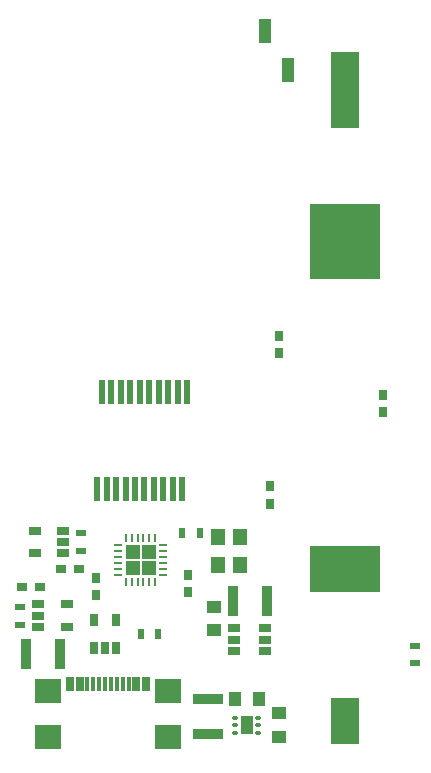
<source format=gbp>
%FSLAX46Y46*%
%MOMM*%
%AMPS34*
21,1,0.500000,2.000000,0.000000,0.000000,360.000000*
%
%ADD34PS34*%
%AMPS33*
21,1,0.500000,2.000000,0.000000,0.000000,180.000000*
%
%ADD33PS33*%
%AMPS26*
21,1,0.800000,0.750000,0.000000,0.000000,360.000000*
%
%ADD26PS26*%
%AMPS10*
21,1,0.800000,0.750000,0.000000,0.000000,270.000000*
%
%ADD10PS10*%
%AMPS29*
21,1,0.800000,0.750000,0.000000,0.000000,180.000000*
%
%ADD29PS29*%
%AMPS17*
21,1,0.800000,0.750000,0.000000,0.000000,90.000000*
%
%ADD17PS17*%
%AMPS24*
21,1,0.500000,0.900000,0.000000,0.000000,360.000000*
%
%ADD24PS24*%
%AMPS36*
21,1,0.500000,0.900000,0.000000,0.000000,270.000000*
%
%ADD36PS36*%
%AMPS35*
21,1,0.500000,0.900000,0.000000,0.000000,90.000000*
%
%ADD35PS35*%
%AMPS21*
21,1,1.016000,2.030000,0.000000,0.000000,360.000000*
%
%ADD21PS21*%
%AMPS42*
21,1,1.000000,1.250000,0.000000,0.000000,180.000000*
%
%ADD42PS42*%
%AMPS11*
21,1,1.000000,1.250000,0.000000,0.000000,90.000000*
%
%ADD11PS11*%
%AMPS19*
21,1,2.180000,2.000000,0.000000,0.000000,360.000000*
%
%ADD19PS19*%
%AMPS18*
21,1,0.600000,1.150000,0.000000,0.000000,360.000000*
%
%ADD18PS18*%
%AMPS22*
21,1,3.960000,6.000000,0.000000,0.000000,270.000000*
%
%ADD22PS22*%
%AMPS27*
21,1,3.960000,6.000000,0.000000,0.000000,90.000000*
%
%ADD27PS27*%
%AMPS20*
21,1,0.300000,1.150000,0.000000,0.000000,360.000000*
%
%ADD20PS20*%
%AMPS32*
21,1,0.700000,1.000000,0.000000,0.000000,360.000000*
%
%ADD32PS32*%
%AMPS25*
21,1,0.700000,1.000000,0.000000,0.000000,270.000000*
%
%ADD25PS25*%
%AMPS39*
21,1,0.700000,1.000000,0.000000,0.000000,90.000000*
%
%ADD39PS39*%
%AMPS44*
21,1,0.900000,2.500000,0.000000,0.000000,360.000000*
%
%ADD44PS44*%
%AMPS37*
21,1,0.900000,2.500000,0.000000,0.000000,270.000000*
%
%ADD37PS37*%
%AMPS38*
21,1,0.900000,2.500000,0.000000,0.000000,180.000000*
%
%ADD38PS38*%
%AMPS43*
21,1,1.400000,1.200000,0.000000,0.000000,270.000000*
%
%ADD43PS43*%
%AMPS23*
21,1,3.960000,2.340000,0.000000,0.000000,270.000000*
%
%ADD23PS23*%
%AMPS28*
21,1,3.960000,2.340000,0.000000,0.000000,90.000000*
%
%ADD28PS28*%
%AMPS16*
4,1,4,
1.250000,-0.100000,
1.250000,-1.250000,
0.100000,-1.250000,
0.100000,-0.100000,
1.250000,-0.100000,
0
*
4,1,4,
0.100000,1.250000,
1.250000,1.250000,
1.250000,0.100000,
0.100000,0.100000,
0.100000,1.250000,
0
*
4,1,4,
-0.100000,-1.250000,
-1.250000,-1.250000,
-1.250000,-0.100000,
-0.100000,-0.100000,
-0.100000,-1.250000,
0
*
4,1,4,
-1.250000,0.100000,
-1.250000,1.250000,
-0.100000,1.250000,
-0.100000,0.100000,
-1.250000,0.100000,
0
*
%
%ADD16PS16*%
%AMPS13*
1,1,0.100000,0.075000,-0.250000*
1,1,0.100000,0.075000,0.250000*
21,1,0.250000,0.500000,0.000000,0.000000,360.000000*
21,1,0.150000,0.600000,0.000000,0.000000,360.000000*
1,1,0.100000,-0.075000,-0.250000*
1,1,0.100000,-0.075000,0.250000*
%
%ADD13PS13*%
%AMPS12*
1,1,0.100000,-0.250000,-0.075000*
1,1,0.100000,0.250000,-0.075000*
21,1,0.250000,0.500000,0.000000,0.000000,270.000000*
21,1,0.150000,0.600000,0.000000,0.000000,270.000000*
1,1,0.100000,-0.250000,0.075000*
1,1,0.100000,0.250000,0.075000*
%
%ADD12PS12*%
%AMPS15*
1,1,0.100000,-0.075000,0.250000*
1,1,0.100000,-0.075000,-0.250000*
21,1,0.250000,0.500000,0.000000,0.000000,180.000000*
21,1,0.150000,0.600000,0.000000,0.000000,180.000000*
1,1,0.100000,0.075000,0.250000*
1,1,0.100000,0.075000,-0.250000*
%
%ADD15PS15*%
%AMPS14*
1,1,0.100000,0.250000,0.075000*
1,1,0.100000,-0.250000,0.075000*
21,1,0.250000,0.500000,0.000000,0.000000,90.000000*
21,1,0.150000,0.600000,0.000000,0.000000,90.000000*
1,1,0.100000,0.250000,-0.075000*
1,1,0.100000,-0.250000,-0.075000*
%
%ADD14PS14*%
%AMPS41*
1,1,0.100000,-0.450000,0.750000*
1,1,0.100000,-0.450000,-0.750000*
21,1,1.000000,1.500000,0.000000,0.000000,180.000000*
21,1,0.900000,1.600000,0.000000,0.000000,180.000000*
1,1,0.100000,0.450000,0.750000*
1,1,0.100000,0.450000,-0.750000*
%
%ADD41PS41*%
%AMPS40*
1,1,0.100000,-0.175000,0.100000*
1,1,0.100000,-0.175000,-0.100000*
21,1,0.450000,0.200000,0.000000,0.000000,180.000000*
21,1,0.350000,0.300000,0.000000,0.000000,180.000000*
1,1,0.100000,0.175000,0.100000*
1,1,0.100000,0.175000,-0.100000*
%
%ADD40PS40*%
%AMPS30*
1,1,0.100000,-0.500000,-0.250000*
1,1,0.100000,0.500000,-0.250000*
21,1,0.600000,1.000000,0.000000,0.000000,270.000000*
21,1,0.500000,1.100000,0.000000,0.000000,270.000000*
1,1,0.100000,-0.500000,0.250000*
1,1,0.100000,0.500000,0.250000*
%
%ADD30PS30*%
%AMPS31*
1,1,0.100000,0.500000,0.250000*
1,1,0.100000,-0.500000,0.250000*
21,1,0.600000,1.000000,0.000000,0.000000,90.000000*
21,1,0.500000,1.100000,0.000000,0.000000,90.000000*
1,1,0.100000,0.500000,-0.250000*
1,1,0.100000,-0.500000,-0.250000*
%
%ADD31PS31*%
G01*
G01*
%LPD*%
G75*
D10*
X-11000000Y12500000D03*
D10*
X-11000000Y11000000D03*
D11*
X-1069458Y10049944D03*
D11*
X-1069458Y8049944D03*
D12*
X-9150000Y15250000D03*
D13*
X-6500000Y12100000D03*
D13*
X-6000000Y12100000D03*
D14*
X-5350000Y14250000D03*
D14*
X-5350000Y15250000D03*
D14*
X-5350000Y12750000D03*
D12*
X-9150000Y12750000D03*
D12*
X-9150000Y13750000D03*
D12*
X-9150000Y14750000D03*
D15*
X-6500000Y15900000D03*
D15*
X-7500000Y15900000D03*
D16*
X-7250000Y14000000D03*
D14*
X-5350000Y14750000D03*
D15*
X-7000000Y15900000D03*
D12*
X-9150000Y14250000D03*
D14*
X-5350000Y13250000D03*
D13*
X-7000000Y12100000D03*
D14*
X-5350000Y13750000D03*
D15*
X-6000000Y15900000D03*
D15*
X-8500000Y15900000D03*
D15*
X-8000000Y15900000D03*
D13*
X-7500000Y12100000D03*
D12*
X-9150000Y13250000D03*
D13*
X-8500000Y12100000D03*
D13*
X-8000000Y12100000D03*
D17*
X4500000Y31500000D03*
D17*
X4500000Y33000000D03*
D18*
X-13200000Y3505000D03*
D19*
X-4890000Y2930000D03*
D20*
X-8750000Y3505000D03*
D19*
X-15110000Y-1000000D03*
D20*
X-11250000Y3505000D03*
D19*
X-15110000Y2930000D03*
D20*
X-9750000Y3505000D03*
D20*
X-8250000Y3505000D03*
D20*
X-11750000Y3505000D03*
D18*
X-7600000Y3505000D03*
D19*
X-4890000Y-1000000D03*
D20*
X-10250000Y3505000D03*
D18*
X-12400000Y3505000D03*
D18*
X-6800000Y3505000D03*
D20*
X-9250000Y3505000D03*
D20*
X-10750000Y3505000D03*
D21*
X5250000Y55450000D03*
D21*
X3250000Y58750000D03*
D22*
X10075000Y39705000D03*
D23*
X10075000Y52555000D03*
D17*
X13250000Y26500000D03*
D17*
X13250000Y28000000D03*
D24*
X-5750000Y7750000D03*
D24*
X-7250000Y7750000D03*
D25*
X-15903006Y9280856D03*
D25*
X-13503006Y10230856D03*
D25*
X-15903006Y8330856D03*
D25*
X-13503006Y8330856D03*
D25*
X-15903006Y10230856D03*
D26*
X-14000000Y13250000D03*
D26*
X-12500000Y13250000D03*
D27*
X10075000Y13215000D03*
D28*
X10075000Y365000D03*
D29*
X-15764106Y11730856D03*
D29*
X-17264106Y11730856D03*
D22*
X10075000Y42205000D03*
D23*
X10075000Y55055000D03*
D30*
X700000Y8200000D03*
D30*
X700000Y6300000D03*
D30*
X700000Y7250000D03*
D31*
X3300000Y6300000D03*
D31*
X3300000Y8200000D03*
D31*
X3300000Y7250000D03*
D32*
X-10250000Y6550000D03*
D32*
X-11200000Y8950000D03*
D32*
X-9300000Y6550000D03*
D32*
X-9300000Y8950000D03*
D32*
X-11200000Y6550000D03*
D33*
X-8120000Y28200000D03*
D33*
X-8920000Y28200000D03*
D34*
X-6120000Y20000000D03*
D34*
X-9320000Y20000000D03*
D34*
X-7720000Y20000000D03*
D33*
X-4920000Y28200000D03*
D33*
X-4120000Y28200000D03*
D33*
X-10520000Y28200000D03*
D34*
X-4520000Y20000000D03*
D33*
X-5720000Y28200000D03*
D33*
X-7320000Y28200000D03*
D34*
X-6920000Y20000000D03*
D34*
X-8520000Y20000000D03*
D34*
X-10120000Y20000000D03*
D34*
X-5320000Y20000000D03*
D33*
X-3320000Y28200000D03*
D33*
X-6520000Y28200000D03*
D33*
X-9720000Y28200000D03*
D34*
X-10920000Y20000000D03*
D34*
X-3720000Y20000000D03*
D17*
X3750000Y18750000D03*
D17*
X3750000Y20250000D03*
D35*
X16000000Y6750000D03*
D35*
X16000000Y5250000D03*
D24*
X-2250000Y16250000D03*
D24*
X-3750000Y16250000D03*
D11*
X4499988Y999924D03*
D11*
X4499988Y-1000076D03*
D36*
X-12250000Y14750000D03*
D36*
X-12250000Y16250000D03*
D37*
X-1500020Y-700020D03*
D37*
X-1500020Y2199980D03*
D38*
X550000Y10550000D03*
D38*
X3450000Y10550000D03*
D39*
X-13800000Y15500000D03*
D39*
X-16200000Y14550000D03*
D39*
X-13800000Y16450000D03*
D39*
X-16200000Y16450000D03*
D39*
X-13800000Y14550000D03*
D35*
X-17453006Y10030856D03*
D35*
X-17453006Y8530856D03*
D40*
X774980Y-20D03*
D40*
X774980Y-650020D03*
D40*
X2724980Y-650020D03*
D40*
X2724980Y-20D03*
D41*
X1749980Y-20D03*
D40*
X774980Y649980D03*
D40*
X2724980Y649980D03*
D10*
X-3250000Y12750000D03*
D10*
X-3250000Y11250000D03*
D42*
X750036Y2249988D03*
D42*
X2750036Y2249988D03*
D43*
X1200000Y15950000D03*
D43*
X1200000Y13550000D03*
D43*
X-700000Y13550000D03*
D43*
X-700000Y15950000D03*
D44*
X-14050000Y6000000D03*
D44*
X-16950000Y6000000D03*
M02*

</source>
